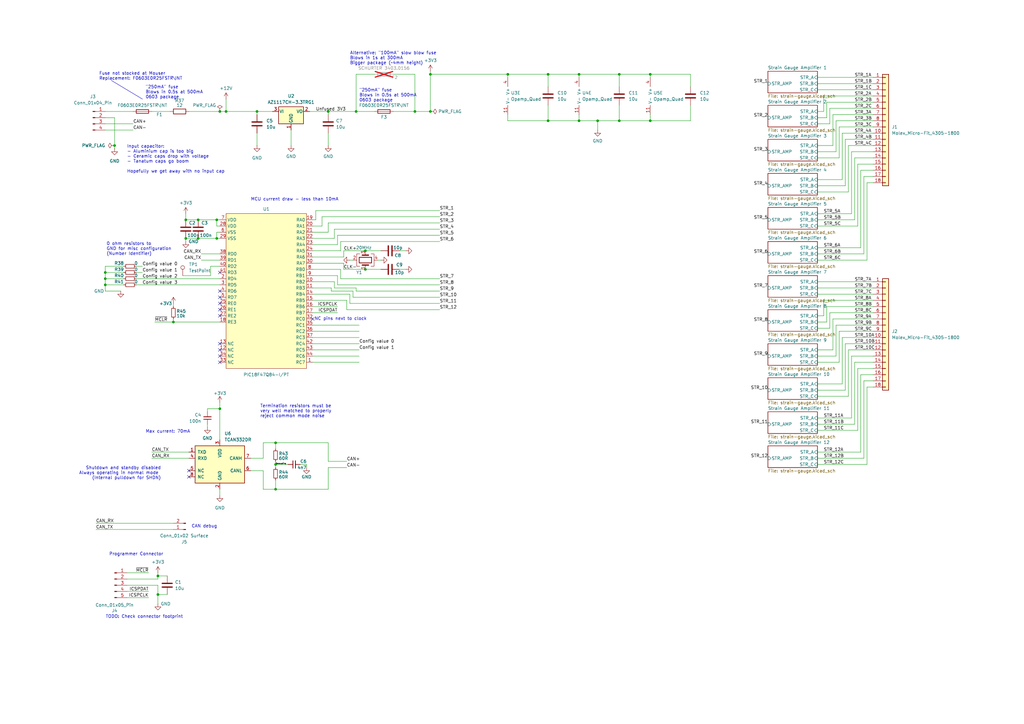
<source format=kicad_sch>
(kicad_sch (version 20231120) (generator "eeschema") (generator_version "8.0")
  (paper "A3")
  (title_block (title "Sensor Board") (date "27-09-2024") (rev "1.0.0"))
  (junction (at 254 49.53))
  (junction (at 43.18 116.84))
  (junction (at 237.49 30.48))
  (junction (at 266.7 49.53))
  (junction (at 113.03 181.61))
  (junction (at 266.7 30.48))
  (junction (at 224.79 49.53))
  (junction (at 224.79 30.48))
  (junction (at 134.62 45.72))
  (junction (at 176.53 45.72))
  (junction (at 170.18 45.72))
  (junction (at 208.28 30.48))
  (junction (at 90.17 45.72))
  (junction (at 81.28 97.79))
  (junction (at 64.77 236.22))
  (junction (at 71.12 132.08))
  (junction (at 88.9 97.79))
  (junction (at 92.71 45.72))
  (junction (at 254 30.48))
  (junction (at 149.86 102.87))
  (junction (at 46.99 59.69))
  (junction (at 43.18 114.3))
  (junction (at 81.28 90.17))
  (junction (at 76.2 90.17))
  (junction (at 237.49 49.53))
  (junction (at 146.05 45.72))
  (junction (at 105.41 45.72))
  (junction (at 76.2 97.79))
  (junction (at 43.18 111.76))
  (junction (at 88.9 90.17))
  (junction (at 149.86 110.49))
  (junction (at 113.03 200.66))
  (junction (at 245.11 49.53))
  (junction (at 176.53 30.48))
  (junction (at 113.03 190.5))
  (junction (at 90.17 167.64))
  (junction (at 64.77 243.84))
  (no_connect (at 77.47 195.58))
  (no_connect (at 90.17 146.05))
  (no_connect (at 90.17 143.51))
  (no_connect (at 90.17 124.46))
  (no_connect (at 90.17 119.38))
  (no_connect (at 90.17 140.97))
  (no_connect (at 90.17 129.54))
  (no_connect (at 90.17 111.76))
  (no_connect (at 90.17 127))
  (no_connect (at 90.17 148.59))
  (no_connect (at 128.27 130.81))
  (no_connect (at 90.17 121.92))
  (no_connect (at 77.47 193.04))
  (wire (pts (xy 176.53 30.48) (xy 176.53 45.72)))
  (wire (pts (xy 43.18 53.34) (xy 54.61 53.34)))
  (wire (pts (xy 55.88 109.22) (xy 58.42 109.22)))
  (wire (pts (xy 355.6 74.93) (xy 358.14 74.93)))
  (wire (pts (xy 354.33 104.14) (xy 354.33 72.39)))
  (wire (pts (xy 335.28 50.8) (xy 340.36 50.8)))
  (wire (pts (xy 128.27 135.89) (xy 147.32 135.89)))
  (wire (pts (xy 113.03 190.5) (xy 118.11 190.5)))
  (wire (pts (xy 345.44 157.48) (xy 345.44 138.43)))
  (wire (pts (xy 76.2 90.17) (xy 81.28 90.17)))
  (wire (pts (xy 128.27 138.43) (xy 147.32 138.43)))
  (wire (pts (xy 140.97 110.49) (xy 149.86 110.49)))
  (wire (pts (xy 113.03 190.5) (xy 113.03 191.77)))
  (wire (pts (xy 341.63 130.81) (xy 358.14 130.81)))
  (wire (pts (xy 335.28 171.45) (xy 349.25 171.45)))
  (wire (pts (xy 128.27 100.33) (xy 138.43 100.33)))
  (wire (pts (xy 342.9 133.35) (xy 358.14 133.35)))
  (wire (pts (xy 107.95 200.66) (xy 113.03 200.66)))
  (wire (pts (xy 335.28 87.63) (xy 349.25 87.63)))
  (wire (pts (xy 335.28 104.14) (xy 354.33 104.14)))
  (wire (pts (xy 335.28 62.23) (xy 342.9 62.23)))
  (wire (pts (xy 134.62 91.44) (xy 180.34 91.44)))
  (wire (pts (xy 346.71 57.15) (xy 358.14 57.15)))
  (wire (pts (xy 50.8 116.84) (xy 43.18 116.84)))
  (wire (pts (xy 113.03 200.66) (xy 134.62 200.66)))
  (wire (pts (xy 88.9 95.25) (xy 88.9 97.79)))
  (wire (pts (xy 86.36 113.03) (xy 74.93 113.03)))
  (wire (pts (xy 50.8 109.22) (xy 43.18 109.22)))
  (wire (pts (xy 340.36 134.62) (xy 340.36 128.27)))
  (wire (pts (xy 335.28 92.71) (xy 351.79 92.71)))
  (wire (pts (xy 139.7 99.06) (xy 180.34 99.06)))
  (wire (pts (xy 107.95 181.61) (xy 107.95 187.96)))
  (wire (pts (xy 43.18 111.76) (xy 50.8 111.76)))
  (wire (pts (xy 335.28 176.53) (xy 351.79 176.53)))
  (wire (pts (xy 351.79 151.13) (xy 358.14 151.13)))
  (wire (pts (xy 335.28 134.62) (xy 340.36 134.62)))
  (wire (pts (xy 335.28 120.65) (xy 358.14 120.65)))
  (wire (pts (xy 64.77 243.84) (xy 64.77 247.65)))
  (wire (pts (xy 180.34 116.84) (xy 138.43 116.84)))
  (wire (pts (xy 113.03 184.15) (xy 113.03 181.61)))
  (wire (pts (xy 351.79 92.71) (xy 351.79 67.31)))
  (wire (pts (xy 52.07 245.11) (xy 60.96 245.11)))
  (wire (pts (xy 335.28 160.02) (xy 346.71 160.02)))
  (wire (pts (xy 224.79 49.53) (xy 208.28 49.53)))
  (wire (pts (xy 134.62 95.25) (xy 128.27 95.25)))
  (wire (pts (xy 129.54 90.17) (xy 128.27 90.17)))
  (wire (pts (xy 64.77 236.22) (xy 68.58 236.22)))
  (wire (pts (xy 154.94 106.68) (xy 156.21 106.68)))
  (wire (pts (xy 63.5 132.08) (xy 71.12 132.08)))
  (wire (pts (xy 149.86 110.49) (xy 156.21 110.49)))
  (wire (pts (xy 134.62 54.61) (xy 134.62 59.69)))
  (wire (pts (xy 351.79 67.31) (xy 358.14 67.31)))
  (wire (pts (xy 105.41 45.72) (xy 111.76 45.72)))
  (wire (pts (xy 43.18 111.76) (xy 43.18 114.3)))
  (wire (pts (xy 340.36 50.8) (xy 340.36 44.45)))
  (wire (pts (xy 142.24 127) (xy 142.24 123.19)))
  (wire (pts (xy 113.03 181.61) (xy 134.62 181.61)))
  (wire (pts (xy 335.28 48.26) (xy 339.09 48.26)))
  (wire (pts (xy 266.7 46.99) (xy 266.7 49.53)))
  (wire (pts (xy 52.07 240.03) (xy 64.77 240.03)))
  (wire (pts (xy 138.43 96.52) (xy 180.34 96.52)))
  (wire (pts (xy 254 35.56) (xy 254 30.48)))
  (wire (pts (xy 52.07 237.49) (xy 64.77 237.49)))
  (wire (pts (xy 52.07 242.57) (xy 60.96 242.57)))
  (wire (pts (xy 137.16 118.11) (xy 146.05 118.11)))
  (wire (pts (xy 129.54 86.36) (xy 180.34 86.36)))
  (wire (pts (xy 76.2 87.63) (xy 76.2 90.17)))
  (wire (pts (xy 62.23 187.96) (xy 77.47 187.96)))
  (wire (pts (xy 224.79 43.18) (xy 224.79 49.53)))
  (wire (pts (xy 146.05 45.72) (xy 146.05 30.48)))
  (wire (pts (xy 102.87 193.04) (xy 107.95 193.04)))
  (wire (pts (xy 208.28 30.48) (xy 176.53 30.48)))
  (wire (pts (xy 335.28 148.59) (xy 344.17 148.59)))
  (wire (pts (xy 335.28 115.57) (xy 358.14 115.57)))
  (wire (pts (xy 39.37 217.17) (xy 71.12 217.17)))
  (wire (pts (xy 139.7 102.87) (xy 128.27 102.87)))
  (wire (pts (xy 140.97 102.87) (xy 149.86 102.87)))
  (wire (pts (xy 134.62 189.23) (xy 142.24 189.23)))
  (wire (pts (xy 339.09 132.08) (xy 339.09 125.73)))
  (wire (pts (xy 237.49 46.99) (xy 237.49 49.53)))
  (wire (pts (xy 43.18 119.38) (xy 49.53 119.38)))
  (wire (pts (xy 346.71 76.2) (xy 346.71 57.15)))
  (wire (pts (xy 146.05 118.11) (xy 146.05 119.38)))
  (wire (pts (xy 128.27 133.35) (xy 147.32 133.35)))
  (wire (pts (xy 349.25 62.23) (xy 358.14 62.23)))
  (wire (pts (xy 43.18 45.72) (xy 54.61 45.72)))
  (wire (pts (xy 335.28 73.66) (xy 345.44 73.66)))
  (wire (pts (xy 137.16 97.79) (xy 137.16 93.98)))
  (wire (pts (xy 344.17 64.77) (xy 344.17 52.07)))
  (wire (pts (xy 354.33 156.21) (xy 358.14 156.21)))
  (wire (pts (xy 129.54 86.36) (xy 129.54 90.17)))
  (wire (pts (xy 137.16 93.98) (xy 180.34 93.98)))
  (wire (pts (xy 134.62 45.72) (xy 134.62 46.99)))
  (wire (pts (xy 335.28 64.77) (xy 344.17 64.77)))
  (wire (pts (xy 349.25 171.45) (xy 349.25 146.05)))
  (wire (pts (xy 341.63 143.51) (xy 341.63 130.81)))
  (polyline (pts (xy 58.42 40.64) (xy 45.72 33.02)))
  (wire (pts (xy 176.53 29.21) (xy 176.53 30.48)))
  (wire (pts (xy 149.86 102.87) (xy 156.21 102.87)))
  (wire (pts (xy 142.24 127) (xy 180.34 127)))
  (wire (pts (xy 71.12 124.46) (xy 71.12 125.73)))
  (wire (pts (xy 102.87 187.96) (xy 107.95 187.96)))
  (wire (pts (xy 82.55 106.68) (xy 90.17 106.68)))
  (wire (pts (xy 342.9 146.05) (xy 342.9 133.35)))
  (wire (pts (xy 92.71 40.64) (xy 92.71 45.72)))
  (wire (pts (xy 335.28 34.29) (xy 358.14 34.29)))
  (wire (pts (xy 335.28 146.05) (xy 342.9 146.05)))
  (wire (pts (xy 128.27 148.59) (xy 147.32 148.59)))
  (wire (pts (xy 143.51 124.46) (xy 180.34 124.46)))
  (wire (pts (xy 142.24 123.19) (xy 128.27 123.19)))
  (wire (pts (xy 81.28 97.79) (xy 88.9 97.79)))
  (wire (pts (xy 335.28 187.96) (xy 354.33 187.96)))
  (wire (pts (xy 62.23 45.72) (xy 69.85 45.72)))
  (wire (pts (xy 337.82 45.72) (xy 337.82 39.37)))
  (wire (pts (xy 128.27 118.11) (xy 135.89 118.11)))
  (wire (pts (xy 339.09 41.91) (xy 358.14 41.91)))
  (wire (pts (xy 139.7 110.49) (xy 139.7 114.3)))
  (wire (pts (xy 90.17 92.71) (xy 88.9 92.71)))
  (wire (pts (xy 64.77 240.03) (xy 64.77 243.84)))
  (wire (pts (xy 342.9 49.53) (xy 358.14 49.53)))
  (wire (pts (xy 113.03 189.23) (xy 113.03 190.5)))
  (wire (pts (xy 353.06 185.42) (xy 353.06 153.67)))
  (wire (pts (xy 353.06 101.6) (xy 353.06 69.85)))
  (wire (pts (xy 134.62 191.77) (xy 142.24 191.77)))
  (wire (pts (xy 335.28 101.6) (xy 353.06 101.6)))
  (wire (pts (xy 81.28 90.17) (xy 88.9 90.17)))
  (wire (pts (xy 139.7 114.3) (xy 180.34 114.3)))
  (wire (pts (xy 254 30.48) (xy 237.49 30.48)))
  (wire (pts (xy 134.62 200.66) (xy 134.62 191.77)))
  (wire (pts (xy 335.28 185.42) (xy 353.06 185.42)))
  (wire (pts (xy 237.49 30.48) (xy 224.79 30.48)))
  (wire (pts (xy 90.17 200.66) (xy 90.17 203.2)))
  (wire (pts (xy 335.28 31.75) (xy 358.14 31.75)))
  (wire (pts (xy 71.12 130.81) (xy 71.12 132.08)))
  (wire (pts (xy 224.79 30.48) (xy 208.28 30.48)))
  (wire (pts (xy 43.18 114.3) (xy 43.18 116.84)))
  (wire (pts (xy 46.99 60.96) (xy 46.99 59.69)))
  (wire (pts (xy 335.28 173.99) (xy 350.52 173.99)))
  (wire (pts (xy 43.18 116.84) (xy 43.18 119.38)))
  (wire (pts (xy 350.52 90.17) (xy 350.52 64.77)))
  (wire (pts (xy 134.62 181.61) (xy 134.62 189.23)))
  (wire (pts (xy 90.17 165.1) (xy 90.17 167.64)))
  (wire (pts (xy 161.29 45.72) (xy 170.18 45.72)))
  (wire (pts (xy 349.25 87.63) (xy 349.25 62.23)))
  (wire (pts (xy 128.27 140.97) (xy 147.32 140.97)))
  (wire (pts (xy 341.63 46.99) (xy 358.14 46.99)))
  (wire (pts (xy 161.29 30.48) (xy 170.18 30.48)))
  (wire (pts (xy 76.2 97.79) (xy 76.2 99.06)))
  (wire (pts (xy 335.28 190.5) (xy 355.6 190.5)))
  (wire (pts (xy 266.7 30.48) (xy 254 30.48)))
  (wire (pts (xy 224.79 35.56) (xy 224.79 30.48)))
  (wire (pts (xy 88.9 97.79) (xy 90.17 97.79)))
  (wire (pts (xy 134.62 45.72) (xy 146.05 45.72)))
  (wire (pts (xy 43.18 50.8) (xy 54.61 50.8)))
  (wire (pts (xy 208.28 31.75) (xy 208.28 30.48)))
  (wire (pts (xy 138.43 125.73) (xy 128.27 125.73)))
  (wire (pts (xy 350.52 64.77) (xy 358.14 64.77)))
  (wire (pts (xy 90.17 45.72) (xy 92.71 45.72)))
  (wire (pts (xy 353.06 69.85) (xy 358.14 69.85)))
  (wire (pts (xy 105.41 54.61) (xy 105.41 59.69)))
  (wire (pts (xy 77.47 45.72) (xy 90.17 45.72)))
  (wire (pts (xy 128.27 143.51) (xy 147.32 143.51)))
  (wire (pts (xy 347.98 78.74) (xy 347.98 59.69)))
  (wire (pts (xy 138.43 113.03) (xy 128.27 113.03)))
  (wire (pts (xy 355.6 106.68) (xy 355.6 74.93)))
  (wire (pts (xy 62.23 185.42) (xy 77.47 185.42)))
  (wire (pts (xy 88.9 90.17) (xy 90.17 90.17)))
  (wire (pts (xy 64.77 236.22) (xy 64.77 237.49)))
  (wire (pts (xy 119.38 53.34) (xy 119.38 59.69)))
  (wire (pts (xy 345.44 73.66) (xy 345.44 54.61)))
  (wire (pts (xy 254 43.18) (xy 254 49.53)))
  (wire (pts (xy 64.77 234.95) (xy 64.77 236.22)))
  (wire (pts (xy 335.28 45.72) (xy 337.82 45.72)))
  (wire (pts (xy 340.36 44.45) (xy 358.14 44.45)))
  (wire (pts (xy 339.09 48.26) (xy 339.09 41.91)))
  (wire (pts (xy 353.06 153.67) (xy 358.14 153.67)))
  (wire (pts (xy 71.12 132.08) (xy 90.17 132.08)))
  (wire (pts (xy 345.44 54.61) (xy 358.14 54.61)))
  (wire (pts (xy 346.71 160.02) (xy 346.71 140.97)))
  (wire (pts (xy 345.44 138.43) (xy 358.14 138.43)))
  (wire (pts (xy 82.55 104.14) (xy 90.17 104.14)))
  (wire (pts (xy 143.51 106.68) (xy 144.78 106.68)))
  (wire (pts (xy 128.27 128.27) (xy 138.43 128.27)))
  (wire (pts (xy 283.21 35.56) (xy 283.21 30.48)))
  (wire (pts (xy 335.28 76.2) (xy 346.71 76.2)))
  (wire (pts (xy 266.7 49.53) (xy 254 49.53)))
  (wire (pts (xy 90.17 167.64) (xy 90.17 180.34)))
  (wire (pts (xy 132.08 92.71) (xy 128.27 92.71)))
  (wire (pts (xy 132.08 88.9) (xy 180.34 88.9)))
  (wire (pts (xy 43.18 109.22) (xy 43.18 111.76)))
  (wire (pts (xy 335.28 132.08) (xy 339.09 132.08)))
  (wire (pts (xy 347.98 59.69) (xy 358.14 59.69)))
  (wire (pts (xy 85.09 168.91) (xy 85.09 167.64)))
  (wire (pts (xy 143.51 124.46) (xy 143.51 120.65)))
  (wire (pts (xy 245.11 53.34) (xy 245.11 49.53)))
  (wire (pts (xy 350.52 148.59) (xy 358.14 148.59)))
  (wire (pts (xy 342.9 62.23) (xy 342.9 49.53)))
  (wire (pts (xy 64.77 243.84) (xy 68.58 243.84)))
  (wire (pts (xy 55.88 116.84) (xy 90.17 116.84)))
  (wire (pts (xy 144.78 121.92) (xy 180.34 121.92)))
  (wire (pts (xy 337.82 39.37) (xy 358.14 39.37)))
  (wire (pts (xy 340.36 128.27) (xy 358.14 128.27)))
  (wire (pts (xy 354.33 72.39) (xy 358.14 72.39)))
  (wire (pts (xy 337.82 123.19) (xy 358.14 123.19)))
  (wire (pts (xy 135.89 119.38) (xy 144.78 119.38)))
  (wire (pts (xy 128.27 105.41) (xy 140.97 105.41)))
  (wire (pts (xy 341.63 59.69) (xy 341.63 46.99)))
  (wire (pts (xy 144.78 119.38) (xy 144.78 121.92)))
  (wire (pts (xy 335.28 157.48) (xy 345.44 157.48)))
  (wire (pts (xy 283.21 30.48) (xy 266.7 30.48)))
  (wire (pts (xy 335.28 59.69) (xy 341.63 59.69)))
  (wire (pts (xy 146.05 30.48) (xy 153.67 30.48)))
  (wire (pts (xy 135.89 119.38) (xy 135.89 118.11)))
  (wire (pts (xy 107.95 181.61) (xy 113.03 181.61)))
  (wire (pts (xy 335.28 36.83) (xy 358.14 36.83)))
  (wire (pts (xy 86.36 113.03) (xy 86.36 109.22)))
  (wire (pts (xy 137.16 115.57) (xy 128.27 115.57)))
  (wire (pts (xy 337.82 129.54) (xy 337.82 123.19)))
  (wire (pts (xy 138.43 116.84) (xy 138.43 113.03)))
  (wire (pts (xy 139.7 102.87) (xy 139.7 99.06)))
  (wire (pts (xy 354.33 187.96) (xy 354.33 156.21)))
  (wire (pts (xy 137.16 118.11) (xy 137.16 115.57)))
  (wire (pts (xy 335.28 118.11) (xy 358.14 118.11)))
  (wire (pts (xy 283.21 49.53) (xy 266.7 49.53)))
  (wire (pts (xy 170.18 30.48) (xy 170.18 45.72)))
  (wire (pts (xy 134.62 91.44) (xy 134.62 95.25)))
  (wire (pts (xy 146.05 45.72) (xy 153.67 45.72)))
  (wire (pts (xy 43.18 48.26) (xy 46.99 48.26)))
  (wire (pts (xy 46.99 48.26) (xy 46.99 59.69)))
  (wire (pts (xy 346.71 140.97) (xy 358.14 140.97)))
  (wire (pts (xy 335.28 90.17) (xy 350.52 90.17)))
  (wire (pts (xy 128.27 110.49) (xy 139.7 110.49)))
  (wire (pts (xy 123.19 190.5) (xy 125.73 190.5)))
  (wire (pts (xy 254 49.53) (xy 245.11 49.53)))
  (wire (pts (xy 92.71 45.72) (xy 105.41 45.72)))
  (wire (pts (xy 355.6 158.75) (xy 358.14 158.75)))
  (wire (pts (xy 140.97 107.95) (xy 140.97 110.49)))
  (wire (pts (xy 85.09 167.64) (xy 90.17 167.64)))
  (wire (pts (xy 127 45.72) (xy 134.62 45.72)))
  (wire (pts (xy 350.52 173.99) (xy 350.52 148.59)))
  (wire (pts (xy 335.28 162.56) (xy 347.98 162.56)))
  (wire (pts (xy 43.18 114.3) (xy 50.8 114.3)))
  (wire (pts (xy 344.17 52.07) (xy 358.14 52.07)))
  (wire (pts (xy 347.98 162.56) (xy 347.98 143.51)))
  (wire (pts (xy 128.27 97.79) (xy 137.16 97.79)))
  (wire (pts (xy 85.09 173.99) (xy 85.09 175.26)))
  (wire (pts (xy 344.17 135.89) (xy 358.14 135.89)))
  (wire (pts (xy 245.11 49.53) (xy 237.49 49.53)))
  (wire (pts (xy 166.37 102.87) (xy 163.83 102.87)))
  (wire (pts (xy 146.05 119.38) (xy 180.34 119.38)))
  (wire (pts (xy 166.37 110.49) (xy 163.83 110.49)))
  (wire (pts (xy 125.73 190.5) (xy 125.73 191.77)))
  (wire (pts (xy 355.6 190.5) (xy 355.6 158.75)))
  (wire (pts (xy 344.17 148.59) (xy 344.17 135.89)))
  (wire (pts (xy 335.28 106.68) (xy 355.6 106.68)))
  (wire (pts (xy 283.21 43.18) (xy 283.21 49.53)))
  (wire (pts (xy 170.18 45.72) (xy 176.53 45.72)))
  (wire (pts (xy 76.2 97.79) (xy 81.28 97.79)))
  (wire (pts (xy 132.08 88.9) (xy 132.08 92.71)))
  (wire (pts (xy 266.7 31.75) (xy 266.7 30.48)))
  (wire (pts (xy 140.97 102.87) (xy 140.97 105.41)))
  (wire (pts (xy 237.49 49.53) (xy 224.79 49.53)))
  (wire (pts (xy 208.28 49.53) (xy 208.28 46.99)))
  (wire (pts (xy 113.03 196.85) (xy 113.03 200.66)))
  (wire (pts (xy 351.79 176.53) (xy 351.79 151.13)))
  (wire (pts (xy 138.43 100.33) (xy 138.43 96.52)))
  (wire (pts (xy 339.09 125.73) (xy 358.14 125.73)))
  (wire (pts (xy 55.88 111.76) (xy 58.42 111.76)))
  (wire (pts (xy 335.28 129.54) (xy 337.82 129.54)))
  (wire (pts (xy 107.95 193.04) (xy 107.95 200.66)))
  (wire (pts (xy 88.9 92.71) (xy 88.9 90.17)))
  (wire (pts (xy 52.07 234.95) (xy 60.96 234.95)))
  (wire (pts (xy 128.27 107.95) (xy 140.97 107.95)))
  (wire (pts (xy 90.17 95.25) (xy 88.9 95.25)))
  (wire (pts (xy 237.49 31.75) (xy 237.49 30.48)))
  (wire (pts (xy 335.28 78.74) (xy 347.98 78.74)))
  (wire (pts (xy 143.51 120.65) (xy 128.27 120.65)))
  (wire (pts (xy 347.98 143.51) (xy 358.14 143.51)))
  (wire (pts (xy 39.37 214.63) (xy 71.12 214.63)))
  (wire (pts (xy 105.41 45.72) (xy 105.41 46.99)))
  (wire (pts (xy 55.88 114.3) (xy 90.17 114.3)))
  (wire (pts (xy 86.36 109.22) (xy 90.17 109.22)))
  (wire (pts (xy 335.28 143.51) (xy 341.63 143.51)))
  (wire (pts (xy 349.25 146.05) (xy 358.14 146.05)))
  (wire (pts (xy 128.27 146.05) (xy 147.32 146.05)))
  (text "0 ohm resistors to\nGND for misc configuration\n(Number Identifier)" (at 43.688 104.902 0) (effects (font (size 1.27 1.27)) (justify left bottom)))
  (text "Shutdown and standby disabled\nAlways operating in normal mode \n(Internal pulldown for SHDN)" (at 66.04 196.85 0) (effects (font (size 1.27 1.27)) (justify right bottom)))
  (text "NC pins next to clock" (at 139.7 130.81 0) (effects (font (size 1.27 1.27))))
  (text "\"250mA\" fuse\nBlows in 0.5s at 500mA\n0603 package" (at 59.69 40.64 0) (effects (font (size 1.27 1.27)) (justify left bottom)))
  (text "MCU current draw - less than 10mA" (at 102.87 82.55 0) (effects (font (size 1.27 1.27)) (justify left bottom)))
  (text "Input capacitor:\n- Aluminium cap is too big\n- Ceramic caps drop with voltage\n- Tanatum caps go boom\n\nHopefully we get away with no input cap" (at 52.07 71.12 0) (effects (font (size 1.27 1.27)) (justify left bottom)))
  (text "CAN debug" (at 83.82 215.9 0) (effects (font (size 1.27 1.27))))
  (text "Alternative: \"100mA\" slow blow fuse\nBlows in 1s at 300mA\nBigger package (~4mm height)" (at 143.51 26.67 0) (effects (font (size 1.27 1.27)) (justify left bottom)))
  (text "Max current: 70mA" (at 59.69 177.8 0) (effects (font (size 1.27 1.27)) (justify left bottom)))
  (text "\"250mA\" fuse\nBlows in 0.5s at 500mA\n0603 package" (at 147.32 41.91 0) (effects (font (size 1.27 1.27)) (justify left bottom)))
  (text "TODO: Check connector footprint" (at 59.182 252.984 0) (effects (font (size 1.27 1.27))))
  (text "Fuse not stocked at Mouser\nReplacement: F0603E0R25FSTR\\INT" (at 40.64 33.02 0) (effects (font (size 1.27 1.27)) (justify left bottom)))
  (text "Programmer Connector" (at 55.88 227.33 0) (effects (font (size 1.27 1.27))))
  (text "Termination resistors must be \nvery well matched to properly \nreject common mode noise" (at 106.68 171.45 0) (effects (font (size 1.27 1.27)) (justify left bottom)))
  (label "STR_9B" (at 350.52 133.35 0))
  (label "STR_3C" (at 350.52 52.07 0))
  (label "STR_1B" (at 350.52 34.29 0))
  (label "STR_12" (at 314.96 187.96 180))
  (label "STR_12" (at 180.34 127 0))
  (label "STR_4" (at 180.34 93.98 0))
  (label "STR_9" (at 180.34 119.38 0))
  (label "STR_2B" (at 350.52 41.91 0))
  (label "STR_2" (at 180.34 88.9 0))
  (label "CAN-" (at 142.24 191.77 0))
  (label "STR_8A" (at 350.52 123.19 0))
  (label "STR_4C" (at 350.52 59.69 0))
  (label "STR_9A" (at 350.52 130.81 0))
  (label "ICSPCLK" (at 138.43 125.73 180))
  (label "STR_4B" (at 350.52 57.15 0))
  (label "CAN_RX" (at 82.55 104.14 180))
  (label "Config value 1" (at 58.42 111.76 0))
  (label "STR_4" (at 314.96 76.2 180))
  (label "ICSPCLK" (at 60.96 245.11 180))
  (label "STR_5C" (at 337.82 92.71 0))
  (label "STR_11B" (at 337.82 173.99 0))
  (label "STR_6C" (at 337.82 106.68 0))
  (label "Config value 0" (at 147.32 140.97 0))
  (label "STR_8" (at 314.96 132.08 180))
  (label "CAN_TX" (at 62.23 185.42 0))
  (label "STR_9" (at 314.96 146.05 180))
  (label "~{MCLR}" (at 60.96 234.95 180))
  (label "ICSPDAT" (at 60.96 242.57 180))
  (label "STR_1" (at 314.96 34.29 180))
  (label "Config value 1" (at 147.32 143.51 0))
  (label "STR_7" (at 314.96 118.11 180))
  (label "STR_7" (at 180.34 114.3 0))
  (label "CAN+" (at 54.61 50.8 0))
  (label "STR_3B" (at 350.52 49.53 0))
  (label "STR_3" (at 314.96 62.23 180))
  (label "STR_11C" (at 337.82 176.53 0))
  (label "STR_7B" (at 350.52 118.11 0))
  (label "STR_10C" (at 350.52 143.51 0))
  (label "STR_12C" (at 337.82 190.5 0))
  (label "CLK-" (at 140.97 110.49 0))
  (label "CAN-" (at 54.61 53.34 0))
  (label "CAN_RX" (at 39.37 214.63 0))
  (label "STR_6" (at 180.34 99.06 0))
  (label "STR_1C" (at 350.52 36.83 0))
  (label "STR_4A" (at 350.52 54.61 0))
  (label "~{MCLR}" (at 63.5 132.08 0))
  (label "STR_7A" (at 350.52 115.57 0))
  (label "STR_11" (at 314.96 173.99 180))
  (label "STR_7C" (at 350.52 120.65 0))
  (label "STR_10A" (at 350.52 138.43 0))
  (label "Unfused 3V3" (at 129.54 45.72 0))
  (label "CAN_TX" (at 82.55 106.68 180))
  (label "STR_1A" (at 350.52 31.75 0))
  (label "Config value 0" (at 58.42 109.22 0))
  (label "STR_6" (at 314.96 104.14 180))
  (label "Config value 2" (at 58.42 114.3 0))
  (label "STR_5A" (at 337.82 87.63 0))
  (label "CAN_TX" (at 39.37 217.17 0))
  (label "STR_8B" (at 350.52 125.73 0))
  (label "STR_10" (at 314.96 160.02 180))
  (label "STR_9C" (at 350.52 135.89 0))
  (label "STR_2" (at 314.96 48.26 180))
  (label "STR_5B" (at 337.82 90.17 0))
  (label "STR_10" (at 180.34 121.92 0))
  (label "STR_8C" (at 350.52 128.27 0))
  (label "STR_1" (at 180.34 86.36 0))
  (label "STR_11A" (at 337.82 171.45 0))
  (label "STR_5" (at 180.34 96.52 0))
  (label "STR_10B" (at 350.52 140.97 0))
  (label "ICSPDAT" (at 138.43 128.27 180))
  (label "Config value 3" (at 58.42 116.84 0))
  (label "STR_2A" (at 350.52 39.37 0))
  (label "STR_3" (at 180.34 91.44 0))
  (label "STR_5" (at 314.96 90.17 180))
  (label "CAN_RX" (at 62.23 187.96 0))
  (label "STR_2C" (at 350.52 44.45 0))
  (label "STR_8" (at 180.34 116.84 0))
  (label "STR_3A" (at 350.52 46.99 0))
  (label "STR_12B" (at 337.82 187.96 0))
  (label "STR_6A" (at 337.82 101.6 0))
  (label "STR_6B" (at 337.82 104.14 0))
  (label "STR_12A" (at 337.82 185.42 0))
  (label "STR_11" (at 180.34 124.46 0))
  (label "Decoupling" (at 113.03 190.5 0) (effects (font (size 0.508 0.508))))
  (label "CAN+" (at 142.24 189.23 0))
  (label "CLK+" (at 140.97 102.87 0))
  (symbol (lib_id "power:GND") (at 119.38 59.69 0) (unit 1)
    (property "Reference" "#PWR035" (effects (hide yes)))
    (property "Value" "GND" (at 119.38 64.135 0))
  )
  (symbol (lib_id "power:GND") (at 49.53 119.38 0) (unit 1)
    (property "Reference" "#PWR02" (effects (hide yes)))
    (property "Value" "GND" (at 40.64 119.38 0))
  )
  (symbol (lib_id "Device:C") (at 76.2 93.98 0) (unit 1)
    (property "Reference" "C2" (at 77.47 91.44 0) (effects (justify left)))
    (property "Value" "100n" (at 76.835 96.52 0) (effects (justify left)))
    (property "Footprint" "Capacitor_SMD:C_0805_2012Metric_Pad1.18x1.45mm_HandSolder" (effects (hide yes)))
    (property "Manufacturer_Part_Number" "KAM21BR71H104JM" (effects (hide yes)))
    (property "Mouser Part Number" "581-KAM21BR71H104JM" (effects (hide yes)))
  )
  (symbol (lib_id "Connector_Generic:Conn_01x18") (at 363.22 52.07 0) (unit 1)
    (property "Reference" "J1" (at 365.76 52.0699 0) (effects (justify left)))
    (property "Value" "Molex_Micro-Fit_4305-1800" (at 365.76 54.6099 0) (effects (justify left)))
    (property "Footprint" "Connector_Molex:Molex_Micro-Fit_3.0_43045-1800_2x09_P3.00mm_Horizontal" (effects (hide yes)))
    (property "Description" "Generic connector, single row, 01x18, script generated (kicad-library-utils/schlib/autogen/connector/)" (effects (hide yes)))
  )
  (symbol (lib_id "Device:Fuse") (at 58.42 45.72 90) (unit 1)
    (property "Reference" "F1" (at 65.405 46.99 90))
    (property "Value" "F0603E0R25FSTR\\INT" (at 58.42 43.18 90))
    (property "Footprint" "Fuse:Fuse_0603_1608Metric_Pad1.05x0.95mm_HandSolder" (effects (hide yes)))
    (property "Datasheet" "https://www.mouser.co.uk/datasheet/2/40/AccuGuard2-2907777.pdf" (effects (hide yes)))
    (property "Manufacturer_Part_Number" "F0603E0R25FSTR\\INT" (effects (hide yes)))
    (property "Mouser Part Number" "581-F0603E0R25FSTRIN" (effects (hide yes)))
  )
  (symbol (lib_id "Device:C") (at 160.02 110.49 90) (unit 1)
    (property "Reference" "C9" (at 163.83 108.585 90))
    (property "Value" "10p" (at 163.83 111.76 90))
    (property "Footprint" "Capacitor_SMD:C_0603_1608Metric_Pad1.08x0.95mm_HandSolder" (effects (hide yes)))
    (property "Manufacturer_Part_Number" "C0805C100J1RACAUTO" (effects (hide yes)))
    (property "Mouser Part Number" "80-C0805C100J1RAUTO " (effects (hide yes)))
  )
  (symbol (lib_id "Device:C") (at 254 39.37 0) (unit 1)
    (property "Reference" "C11" (at 257.81 38.0999 0) (effects (justify left)))
    (property "Value" "10u" (at 257.81 40.6399 0) (effects (justify left)))
    (property "Footprint" "Capacitor_SMD:C_0805_2012Metric_Pad1.18x1.45mm_HandSolder" (effects (hide yes)))
    (property "Description" "Unpolarized capacitor" (effects (hide yes)))
    (property "Manufacturer_Part_Number" "GRT21BC71E106KE13L" (effects (hide yes)))
    (property "Mouser Part Number" "81-GRT21BC71E106KE13" (effects (hide yes)))
  )
  (symbol (lib_id "power:+3V3") (at 90.17 165.1 0) (unit 1)
    (property "Reference" "#PWR031" (effects (hide yes)))
    (property "Value" "+3V3" (at 90.17 161.29 0))
  )
  (symbol (lib_id "Device:R") (at 73.66 45.72 90) (unit 1)
    (property "Reference" "R37" (at 73.66 41.275 90))
    (property "Value" "12" (at 73.66 43.18 90))
    (property "Footprint" "Resistor_SMD:R_0805_2012Metric_Pad1.20x1.40mm_HandSolder" (effects (hide yes)))
    (property "Manufacturer_Part_Number" "CRCW080512R0FKEAHP" (effects (hide yes)))
    (property "Mouser Part Number" "71-CRCW080512R0FKEAH" (effects (hide yes)))
  )
  (symbol (lib_name "GND_1") (lib_id "power:GND") (at 46.99 60.96 0) (unit 1)
    (property "Reference" "#PWR01" (effects (hide yes)))
    (property "Value" "GND" (at 46.99 66.04 0))
    (property "Description" "Power symbol creates a global label with name \"GND\" , ground" (effects (hide yes)))
  )
  (symbol (lib_id "Device:Crystal_GND24") (at 149.86 106.68 90) (unit 1)
    (property "Reference" "Y1" (at 147.32 111.76 90))
    (property "Value" "20MHz" (at 149.225 101.6 90))
    (property "Footprint" "Crystal:Crystal_SMD_SeikoEpson_FA128-4Pin_2.0x1.6mm" (effects (hide yes)))
    (property "Datasheet" "https://www.mouser.co.uk/datasheet/2/137/FA_128_en-931416.pdf" (effects (hide yes)))
    (property "Manufacturer_Part_Number" "FA-128 20.00M-A0AAYYG80RE0" (effects (hide yes)))
    (property "Mouser Part Number" "732-FA12820A0AAYYG80" (effects (hide yes)))
  )
  (symbol (lib_id "Device:Opamp_Quad") (at 269.24 39.37 0) (unit 5)
    (property "Reference" "U5" (at 267.97 38.0999 0) (effects (justify left)))
    (property "Value" "Opamp_Quad" (at 267.97 40.6399 0) (effects (justify left)))
    (property "Description" "Quad operational amplifier" (effects (hide yes)))
    (property "Sim.Library" "${KICAD7_SYMBOL_DIR}/Simulation_SPICE.sp" (effects (hide yes)))
    (property "Sim.Name" "kicad_builtin_opamp_quad" (effects (hide yes)))
    (property "Sim.Device" "SUBCKT" (effects (hide yes)))
    (property "Sim.Pins" "1=out1 2=in1- 3=in1+ 4=vcc 5=in2+ 6=in2- 7=out2 8=out3 9=in3- 10=in3+ 11=vee 12=in4+ 13=in4- 14=out4" (effects (hide yes)))
  )
  (symbol (lib_id "Device:R_Small") (at 53.34 111.76 270) (unit 1)
    (property "Reference" "R39" (at 50.8 110.49 90) (effects (justify right)))
    (property "Value" "0" (at 56.515 110.49 90) (effects (justify right)))
    (property "Footprint" "Resistor_SMD:R_0805_2012Metric_Pad1.20x1.40mm_HandSolder" (effects (hide yes)))
    (property "Optional" "True" (effects (hide yes)))
    (property "Supplier" "Mouser" (effects (hide yes)))
    (property "Manufacturer_Part_Number" "CR0805AJ/-000EAS" (effects (hide yes)))
    (property "Mouser Part Number" "652-CR0805AJ/-000EAS" (effects (hide yes)))
  )
  (symbol (lib_id "Device:C") (at 68.58 240.03 0) (unit 1)
    (property "Reference" "C1" (at 71.755 238.76 0) (effects (justify left)))
    (property "Value" "10u" (at 71.755 241.3 0) (effects (justify left)))
    (property "Footprint" "Capacitor_SMD:C_0805_2012Metric_Pad1.18x1.45mm_HandSolder" (effects (hide yes)))
    (property "Manufacturer_Part_Number" "GRT21BC71E106KE13L" (effects (hide yes)))
    (property "Mouser Part Number" "81-GRT21BC71E106KE13" (effects (hide yes)))
  )
  (symbol (lib_id "power:GND") (at 156.21 106.68 90) (unit 1)
    (property "Reference" "#PWR039" (effects (hide yes)))
    (property "Value" "GND" (effects (hide yes)))
  )
  (symbol (lib_id "power:PWR_FLAG") (at 46.99 59.69 90) (unit 1)
    (property "Reference" "#FLG01" (effects (hide yes)))
    (property "Value" "PWR_FLAG" (at 43.18 59.69 90) (effects (justify left)))
  )
  (symbol (lib_id "Device:Opamp_Quad") (at 240.03 39.37 0) (unit 5)
    (property "Reference" "U4" (at 238.76 38.0999 0) (effects (justify left)))
    (property "Value" "Opamp_Quad" (at 238.76 40.6399 0) (effects (justify left)))
    (property "Description" "Quad operational amplifier" (effects (hide yes)))
    (property "Sim.Library" "${KICAD7_SYMBOL_DIR}/Simulation_SPICE.sp" (effects (hide yes)))
    (property "Sim.Name" "kicad_builtin_opamp_quad" (effects (hide yes)))
    (property "Sim.Device" "SUBCKT" (effects (hide yes)))
    (property "Sim.Pins" "1=out1 2=in1- 3=in1+ 4=vcc 5=in2+ 6=in2- 7=out2 8=out3 9=in3- 10=in3+ 11=vee 12=in4+ 13=in4- 14=out4" (effects (hide yes)))
  )
  (symbol (lib_id "power:+3V3") (at 71.12 124.46 0) (unit 1)
    (property "Reference" "#PWR025" (effects (hide yes)))
    (property "Value" "+3V3" (at 67.945 124.46 0))
  )
  (symbol (lib_id "power:GND") (at 76.2 99.06 0) (unit 1)
    (property "Reference" "#PWR029" (effects (hide yes)))
    (property "Value" "GND" (at 79.375 99.06 0))
  )
  (symbol (lib_id "Connector:Conn_01x02_Pin") (at 76.2 217.17 180) (unit 1)
    (property "Reference" "J5" (at 75.565 222.25 0))
    (property "Value" "Conn_01x02 Surface" (at 75.565 219.71 0))
    (property "Footprint" "sufst-lib:Conn2_SMD" (effects (hide yes)))
  )
  (symbol (lib_id "power:GND") (at 64.77 247.65 0) (unit 1)
    (property "Reference" "#PWR024" (effects (hide yes)))
    (property "Value" "GND" (at 67.945 247.65 0))
  )
  (symbol (lib_id "power:GND") (at 134.62 59.69 0) (unit 1)
    (property "Reference" "#PWR037" (effects (hide yes)))
    (property "Value" "GND" (at 134.62 64.135 0))
  )
  (symbol (lib_id "Device:C_Small") (at 85.09 171.45 0) (mirror x) (unit 1)
    (property "Reference" "C4" (at 82.55 170.1735 0) (effects (justify right)))
    (property "Value" "100n" (at 82.55 172.7135 0) (effects (justify right)))
    (property "Footprint" "Capacitor_SMD:C_0805_2012Metric_Pad1.18x1.45mm_HandSolder" (effects (hide yes)))
    (property "Datasheet" "https://www.mouser.co.uk/datasheet/2/212/KEM_C1002_X7R_SMD-1102033.pdf" (effects (hide yes)))
    (property "Optional" "False" (effects (hide yes)))
    (property "Order Code" "80-C0805C104K5RACLR" (effects (hide yes)))
    (property "Supplier" "Mouser" (effects (hide yes)))
    (property "Manufacturer_Part_Number" "KAM21BR71H104JM" (effects (hide yes)))
    (property "Mouser Part Number" "581-KAM21BR71H104JM" (effects (hide yes)))
  )
  (symbol (lib_id "Device:C") (at 224.79 39.37 0) (unit 1)
    (property "Reference" "C10" (at 228.6 38.0999 0) (effects (justify left)))
    (property "Value" "10u" (at 228.6 40.6399 0) (effects (justify left)))
    (property "Footprint" "Capacitor_SMD:C_0805_2012Metric_Pad1.18x1.45mm_HandSolder" (effects (hide yes)))
    (property "Description" "Unpolarized capacitor" (effects (hide yes)))
    (property "Manufacturer_Part_Number" "GRT21BC71E106KE13L" (effects (hide yes)))
    (property "Mouser Part Number" "81-GRT21BC71E106KE13" (effects (hide yes)))
  )
  (symbol (lib_id "Device:C") (at 283.21 39.37 0) (unit 1)
    (property "Reference" "C12" (at 287.02 38.0999 0) (effects (justify left)))
    (property "Value" "10u" (at 287.02 40.6399 0) (effects (justify left)))
    (property "Footprint" "Capacitor_SMD:C_0805_2012Metric_Pad1.18x1.45mm_HandSolder" (effects (hide yes)))
    (property "Description" "Unpolarized capacitor" (effects (hide yes)))
    (property "Manufacturer_Part_Number" "GRT21BC71E106KE13L" (effects (hide yes)))
    (property "Mouser Part Number" "81-GRT21BC71E106KE13" (effects (hide yes)))
  )
  (symbol (lib_id "Device:C_Small") (at 120.65 190.5 90) (unit 1)
    (property "Reference" "C6" (at 124.46 189.23 90))
    (property "Value" "4n7" (at 123.825 191.77 90))
    (property "Footprint" "Capacitor_SMD:C_0805_2012Metric_Pad1.18x1.45mm_HandSolder" (effects (hide yes)))
    (property "Datasheet" "https://www.mouser.co.uk/datasheet/2/212/1/KEM_C1076_X7R_HV_AUTO_SMD-1093301.pdf" (effects (hide yes)))
    (property "Optional" "True" (effects (hide yes)))
    (property "Order Code" "80-C0805C472KBRAUTO" (effects (hide yes)))
    (property "Supplier" "Mouser" (effects (hide yes)))
    (property "Manufacturer_Part_Number" "KAM21BR71H472KM" (effects (hide yes)))
    (property "Mouser Part Number" "581-KAM21BR71H472KM" (effects (hide yes)))
  )
  (symbol (lib_id "power:+3V3") (at 76.2 87.63 0) (unit 1)
    (property "Reference" "#PWR028" (effects (hide yes)))
    (property "Value" "+3V3" (at 76.2 83.185 0))
  )
  (symbol (lib_id "power:GND") (at 90.17 203.2 0) (unit 1)
    (property "Reference" "#PWR032" (effects (hide yes)))
    (property "Value" "GND" (at 90.17 208.28 0))
  )
  (symbol (lib_id "Device:R_Small") (at 113.03 194.31 180) (unit 1)
    (property "Reference" "R44" (at 114.3 193.675 0) (effects (justify right)))
    (property "Value" "60R" (at 114.3 195.58 0) (effects (justify right)))
    (property "Footprint" "Resistor_SMD:R_0805_2012Metric_Pad1.20x1.40mm_HandSolder" (effects (hide yes)))
    (property "Datasheet" "https://www.mouser.co.uk/datasheet/2/427/dcrcwife3-1761849.pdf" (effects (hide yes)))
    (property "Optional" "True" (effects (hide yes)))
    (property "Supplier" "Mouser" (effects (hide yes)))
    (property "Manufacturer_Part_Number" "ERJ-P06D60R4V" (effects (hide yes)))
    (property "Mouser Part Number" "667-ERJ-P06D60R4V" (effects (hide yes)))
  )
  (symbol (lib_id "Interface_UART:MAX3051") (at 90.17 190.5 0) (unit 1)
    (property "Reference" "U6" (at 92.075 177.8 0) (effects (justify left)))
    (property "Value" "TCAN332DR" (at 92.075 180.34 0) (effects (justify left)))
    (property "Footprint" "Package_SO:SOIC-8_3.9x4.9mm_P1.27mm" (effects (hide yes)))
    (property "Datasheet" "https://www.ti.com/lit/ds/symlink/tcan332.pdf?ts=1726756812393&ref_url=https%253A%252F%252Fwww.mouser.co.uk%252F" (effects (hide yes)))
    (property "Supplier" "Mouser" (effects (hide yes)))
    (property "Order Code" "595-TCAN332DR" (effects (hide yes)))
    (property "Optional" "False" (effects (hide yes)))
    (property "Manufacturer_Part_Number" "TCAN332DR" (effects (hide yes)))
    (property "Mouser Part Number" "700-MAX3051ESA" (effects (hide yes)))
  )
  (symbol (lib_id "power:GND") (at 166.37 102.87 90) (unit 1)
    (property "Reference" "#PWR040" (effects (hide yes)))
    (property "Value" "GND" (effects (hide yes)))
  )
  (symbol (lib_id "Device:R_Small") (at 53.34 114.3 270) (unit 1)
    (property "Reference" "R40" (at 50.8 113.03 90) (effects (justify right)))
    (property "Value" "0" (at 56.515 113.03 90) (effects (justify right)))
    (property "Footprint" "Resistor_SMD:R_0805_2012Metric_Pad1.20x1.40mm_HandSolder" (effects (hide yes)))
    (property "Optional" "True" (effects (hide yes)))
    (property "Supplier" "Mouser" (effects (hide yes)))
    (property "Manufacturer_Part_Number" "CR0805AJ/-000EAS" (effects (hide yes)))
    (property "Mouser Part Number" "652-CR0805AJ/-000EAS" (effects (hide yes)))
  )
  (symbol (lib_id "Device:C") (at 105.41 50.8 0) (unit 1)
    (property "Reference" "C5" (at 109.22 49.5299 0) (effects (justify left)))
    (property "Value" "10u" (at 109.22 52.0699 0) (effects (justify left)))
    (property "Footprint" "Capacitor_SMD:C_0805_2012Metric_Pad1.18x1.45mm_HandSolder" (effects (hide yes)))
    (property "Description" "Unpolarized capacitor" (effects (hide yes)))
    (property "Manufacturer_Part_Number" "GRT21BC71E106KE13L" (effects (hide yes)))
    (property "Mouser Part Number" "81-GRT21BC71E106KE13" (effects (hide yes)))
  )
  (symbol (lib_id "power:GND") (at 245.11 53.34 0) (unit 1)
    (property "Reference" "#PWR043" (effects (hide yes)))
    (property "Value" "GND" (at 245.11 57.785 0))
  )
  (symbol (lib_id "power:+3V3") (at 64.77 234.95 0) (unit 1)
    (property "Reference" "#PWR03" (effects (hide yes)))
    (property "Value" "+3V3" (at 64.77 230.505 0))
  )
  (symbol (lib_id "power:+3V3") (at 176.53 29.21 0) (unit 1)
    (property "Reference" "#PWR042" (effects (hide yes)))
    (property "Value" "+3V3" (at 176.53 24.765 0))
  )
  (symbol (lib_id "Connector_Generic:Conn_01x18") (at 363.22 135.89 0) (unit 1)
    (property "Reference" "J2" (at 365.76 135.8899 0) (effects (justify left)))
    (property "Value" "Molex_Micro-Fit_4305-1800" (at 365.76 138.4299 0) (effects (justify left)))
    (property "Footprint" "Connector_Molex:Molex_Micro-Fit_3.0_43045-1800_2x09_P3.00mm_Horizontal" (effects (hide yes)))
    (property "Description" "Generic connector, single row, 01x18, script generated (kicad-library-utils/schlib/autogen/connector/)" (effects (hide yes)))
  )
  (symbol (lib_id "Connector:Conn_01x05_Pin") (at 46.99 240.03 0) (unit 1)
    (property "Reference" "J4" (at 46.99 250.444 0))
    (property "Value" "Conn_01x05_Pin" (at 46.99 248.158 0))
    (property "Footprint" "sufst-lib:Conn5_SMD" (effects (hide yes)))
    (property "Manufacturer_Part_Number" "5-146282-5" (effects (hide yes)))
    (property "Mouser Part Number" "571-5-146282-5" (effects (hide yes)))
  )
  (symbol (lib_id "Device:Fuse") (at 157.48 30.48 90) (unit 1) (exclude_from_sim yes) (in_bom no) (on_board no) (dnp yes)
    (property "Reference" "F2" (at 161.925 31.75 90))
    (property "Value" "SCHURTER 3403.0156" (at 157.48 27.94 90))
    (property "Footprint" "Fuse:Fuse_Schurter_UMT250" (effects (hide yes)))
  )
  (symbol (lib_id "power:PWR_FLAG") (at 176.53 45.72 270) (unit 1)
    (property "Reference" "#FLG03" (effects (hide yes)))
    (property "Value" "PWR_FLAG" (at 179.705 45.72 90) (effects (justify left)))
  )
  (symbol (lib_id "SUFST:PIC18F47Q84-I/PT") (at 109.22 119.38 0) (mirror y) (unit 1)
    (property "Reference" "U1" (at 109.22 85.725 0))
    (property "Value" "PIC18F47Q84-I/PT" (at 109.22 153.67 0))
    (property "Footprint" "Package_QFP:TQFP-44_10x10mm_P0.8mm" (effects (hide yes)))
    (property "Datasheet" "https://www.microchip.com/en-us/product/pic18f47q84#document-table" (effects (hide yes)))
    (property "Manufacturer_Part_Number" "PIC18F47Q84-I/PT" (effects (hide yes)))
    (property "Mouser Part Number" "579-PIC18F47Q84-I/PT" (effects (hide yes)))
  )
  (symbol (lib_id "Device:R_Small") (at 53.34 116.84 270) (unit 1)
    (property "Reference" "R41" (at 50.8 115.57 90) (effects (justify right)))
    (property "Value" "0" (at 56.515 115.57 90) (effects (justify right)))
    (property "Footprint" "Resistor_SMD:R_0805_2012Metric_Pad1.20x1.40mm_HandSolder" (effects (hide yes)))
    (property "Optional" "True" (effects (hide yes)))
    (property "Supplier" "Mouser" (effects (hide yes)))
    (property "Manufacturer_Part_Number" "CR0805AJ/-000EAS" (effects (hide yes)))
    (property "Mouser Part Number" "652-CR0805AJ/-000EAS" (effects (hide yes)))
  )
  (symbol (lib_id "power:GND") (at 143.51 106.68 270) (unit 1)
    (property "Reference" "#PWR038" (effects (hide yes)))
    (property "Value" "GND" (effects (hide yes)))
  )
  (symbol (lib_id "Connector:TestPoint") (at 74.93 113.03 0) (unit 1)
    (property "Reference" "TP1" (at 77.47 108.4579 0) (effects (justify left)))
    (property "Value" "TestPoint" (at 77.47 110.9979 0) (effects (justify left)))
    (property "Footprint" "TestPoint:TestPoint_Keystone_5010-5014_Multipurpose" (effects (hide yes)))
    (property "Description" "test point" (effects (hide yes)))
  )
  (symbol (lib_name "GND_1") (lib_id "power:GND") (at 105.41 59.69 0) (unit 1)
    (property "Reference" "#PWR034" (effects (hide yes)))
    (property "Value" "GND" (at 105.41 64.77 0))
    (property "Description" "Power symbol creates a global label with name \"GND\" , ground" (effects (hide yes)))
  )
  (symbol (lib_id "Device:Opamp_Quad") (at 210.82 39.37 0) (unit 5)
    (property "Reference" "U3" (at 209.55 38.0999 0) (effects (justify left)))
    (property "Value" "Opamp_Quad" (at 209.55 40.6399 0) (effects (justify left)))
    (property "Description" "Quad operational amplifier" (effects (hide yes)))
    (property "Sim.Library" "${KICAD7_SYMBOL_DIR}/Simulation_SPICE.sp" (effects (hide yes)))
    (property "Sim.Name" "kicad_builtin_opamp_quad" (effects (hide yes)))
    (property "Sim.Device" "SUBCKT" (effects (hide yes)))
    (property "Sim.Pins" "1=out1 2=in1- 3=in1+ 4=vcc 5=in2+ 6=in2- 7=out2 8=out3 9=in3- 10=in3+ 11=vee 12=in4+ 13=in4- 14=out4" (effects (hide yes)))
  )
  (symbol (lib_id "Device:C") (at 81.28 93.98 0) (unit 1)
    (property "Reference" "C3" (at 82.55 91.44 0) (effects (justify left)))
    (property "Value" "100n" (at 81.915 96.52 0) (effects (justify left)))
    (property "Footprint" "Capacitor_SMD:C_0805_2012Metric_Pad1.18x1.45mm_HandSolder" (effects (hide yes)))
    (property "Manufacturer_Part_Number" "KAM21BR71H104JM" (effects (hide yes)))
    (property "Mouser Part Number" "581-KAM21BR71H104JM" (effects (hide yes)))
  )
  (symbol (lib_id "Device:R_Small") (at 113.03 186.69 180) (unit 1)
    (property "Reference" "R43" (at 114.3 186.055 0) (effects (justify right)))
    (property "Value" "60R" (at 114.3 187.96 0) (effects (justify right)))
    (property "Footprint" "Resistor_SMD:R_0805_2012Metric_Pad1.20x1.40mm_HandSolder" (effects (hide yes)))
    (property "Datasheet" "https://www.mouser.co.uk/datasheet/2/427/dcrcwife3-1761849.pdf" (effects (hide yes)))
    (property "Optional" "True" (effects (hide yes)))
    (property "Supplier" "Mouser" (effects (hide yes)))
    (property "Manufacturer_Part_Number" "ERJ-P06D60R4V" (effects (hide yes)))
    (property "Mouser Part Number" "667-ERJ-P06D60R4V" (effects (hide yes)))
  )
  (symbol (lib_id "Device:R_Small") (at 71.12 128.27 180) (unit 1)
    (property "Reference" "R45" (at 72.39 127.635 0) (effects (justify right)))
    (property "Value" "10k" (at 72.39 129.54 0) (effects (justify right)))
    (property "Footprint" "Resistor_SMD:R_0805_2012Metric_Pad1.20x1.40mm_HandSolder" (effects (hide yes)))
    (property "Datasheet" "https://www.mouser.co.uk/datasheet/2/427/dcrcwife3-1761849.pdf" (effects (hide yes)))
    (property "Optional" "True" (effects (hide yes)))
    (property "Supplier" "Mouser" (effects (hide yes)))
    (property "Manufacturer_Part_Number" "CRGH0805F12R" (effects (hide yes)))
    (property "Mouser Part Number" "279-CRGH0805F12R" (effects (hide yes)))
  )
  (symbol (lib_id "power:PWR_FLAG") (at 90.17 45.72 0) (unit 1)
    (property "Reference" "#FLG02" (effects (hide yes)))
    (property "Value" "PWR_FLAG" (at 83.82 43.18 0))
  )
  (symbol (lib_id "power:+12V") (at 92.71 40.64 0) (unit 1)
    (property "Reference" "#PWR033" (effects (hide yes)))
    (property "Value" "+12V" (at 92.71 36.195 0))
  )
  (symbol (lib_id "Device:C") (at 134.62 50.8 0) (unit 1)
    (property "Reference" "C7" (at 137.795 49.53 0) (effects (justify left)))
    (property "Value" "10u" (at 137.795 52.07 0) (effects (justify left)))
    (property "Footprint" "Capacitor_SMD:C_0805_2012Metric_Pad1.18x1.45mm_HandSolder" (effects (hide yes)))
    (property "Description" "ESR < 10R" (effects (hide yes)))
    (property "Manufacturer_Part_Number" "GRT21BC71E106KE13L" (effects (hide yes)))
    (property "Mouser Part Number" "81-GRT21BC71E106KE13" (effects (hide yes)))
  )
  (symbol (lib_id "power:GND") (at 125.73 191.77 0) (unit 1)
    (property "Reference" "#PWR036" (effects (hide yes)))
    (property "Value" "GND" (at 125.73 195.58 0))
  )
  (symbol (lib_id "Regulator_Linear:AZ1117-3.3") (at 119.38 45.72 0) (unit 1)
    (property "Reference" "U2" (at 119.38 39.37 0))
    (property "Value" "AZ1117CH-3.3TRG1" (at 119.38 41.91 0))
    (property "Footprint" "Package_TO_SOT_SMD:SOT-223-3_TabPin2" (effects (hide yes)))
    (property "Manufacturer_Part_Number" "AZ1117CH-3.3TRG1" (effects (hide yes)))
    (property "Mouser Part Number" "621-AZ1117CH-3.3TRG1" (effects (hide yes)))
  )
  (symbol (lib_id "Connector:Conn_01x04_Pin") (at 38.1 48.26 0) (unit 1)
    (property "Reference" "J3" (at 38.1 39.624 0))
    (property "Value" "Conn_01x04_Pin" (at 38.1 42.164 0))
    (property "Footprint" "Connector_Molex:Molex_Micro-Fit_3.0_43650-0400_1x04_P3.00mm_Horizontal" (effects (hide yes)))
    (property "Description" "Generic connector, single row, 01x04, script generated" (effects (hide yes)))
    (property "Manufacturer_Part_Number" " 43650-0400" (effects (hide yes)))
    (property "Mouser Part Number" "538-43650-0400" (effects (hide yes)))
  )
  (symbol (lib_id "Device:C") (at 160.02 102.87 90) (unit 1)
    (property "Reference" "C8" (at 163.195 104.775 90))
    (property "Value" "10p" (at 163.195 101.6 90))
    (property "Footprint" "Capacitor_SMD:C_0603_1608Metric_Pad1.08x0.95mm_HandSolder" (effects (hide yes)))
    (property "Manufacturer_Part_Number" "C0805C100J1RACAUTO" (effects (hide yes)))
    (property "Mouser Part Number" "80-C0805C100J1RAUTO " (effects (hide yes)))
  )
  (symbol (lib_id "Device:R_Small") (at 53.34 109.22 270) (unit 1)
    (property "Reference" "R38" (at 50.8 107.95 90) (effects (justify right)))
    (property "Value" "0" (at 56.515 107.95 90) (effects (justify right)))
    (property "Footprint" "Resistor_SMD:R_0805_2012Metric_Pad1.20x1.40mm_HandSolder" (effects (hide yes)))
    (property "Optional" "True" (effects (hide yes)))
    (property "Supplier" "Mouser" (effects (hide yes)))
    (property "Manufacturer_Part_Number" "CR0805AJ/-000EAS" (effects (hide yes)))
    (property "Mouser Part Number" "652-CR0805AJ/-000EAS" (effects (hide yes)))
  )
  (symbol (lib_id "power:GND") (at 166.37 110.49 90) (unit 1)
    (property "Reference" "#PWR041" (effects (hide yes)))
    (property "Value" "GND" (effects (hide yes)))
  )
  (symbol (lib_id "Device:Fuse") (at 157.48 45.72 90) (unit 1)
    (property "Reference" "F3" (at 157.48 48.006 90))
    (property "Value" "F0603E0R25FSTR\\INT" (at 157.48 43.18 90))
    (property "Footprint" "Fuse:Fuse_0603_1608Metric_Pad1.05x0.95mm_HandSolder" (effects (hide yes)))
    (property "Datasheet" "https://www.mouser.co.uk/datasheet/2/40/AccuGuard2-2907777.pdf" (effects (hide yes)))
    (property "Manufacturer_Part_Number" "F0603E0R25FSTR\\INT" (effects (hide yes)))
    (property "Mouser Part Number" "581-F0603E0R25FSTRIN" (effects (hide yes)))
  )
  (symbol (lib_id "power:GND") (at 85.09 175.26 0) (mirror y) (unit 1)
    (property "Reference" "#PWR030" (effects (hide yes)))
    (property "Value" "GND" (at 85.09 179.705 0))
  )
  (sheet (at 314.96 113.03) (size 20.32 8.89) (stroke (width 0.1524))
    (property "Sheetname" "Strain Gauge Amplifier 7" (at 314.96 112.3184 0) (effects (justify left bottom)))
    (property "Sheetfile" "strain-gauge.kicad_sch" (at 314.96 122.5046 0) (effects (justify left top)))
    (pin "STR_B" input (at 335.28 118.11 0))
    (pin "STR_A" input (at 335.28 115.57 0))
    (pin "STR_AMP" input (at 314.96 118.11 180))
    (pin "STR_C" input (at 335.28 120.65 0))
  )
  (sheet (at 314.96 71.12) (size 20.32 8.89) (stroke (width 0.1524))
    (property "Sheetname" "Strain Gauge Amplifier 4" (at 314.96 70.4084 0) (effects (justify left bottom)))
    (property "Sheetfile" "strain-gauge.kicad_sch" (at 314.96 80.5946 0) (effects (justify left top)))
    (pin "STR_B" input (at 335.28 76.2 0))
    (pin "STR_A" input (at 335.28 73.66 0))
    (pin "STR_AMP" input (at 314.96 76.2 180))
    (pin "STR_C" input (at 335.28 78.74 0))
  )
  (sheet (at 314.96 85.09) (size 20.32 8.89) (stroke (width 0.1524))
    (property "Sheetname" "Strain Gauge Amplifier 5" (at 314.96 84.3784 0) (effects (justify left bottom)))
    (property "Sheetfile" "strain-gauge.kicad_sch" (at 314.96 94.5646 0) (effects (justify left top)))
    (pin "STR_B" input (at 335.28 90.17 0))
    (pin "STR_A" input (at 335.28 87.63 0))
    (pin "STR_AMP" input (at 314.96 90.17 180))
    (pin "STR_C" input (at 335.28 92.71 0))
  )
  (sheet (at 314.96 168.91) (size 20.32 8.89) (stroke (width 0.1524))
    (property "Sheetname" "Strain Gauge Amplifier 11" (at 314.96 168.1984 0) (effects (justify left bottom)))
    (property "Sheetfile" "strain-gauge.kicad_sch" (at 314.96 178.3846 0) (effects (justify left top)))
    (pin "STR_B" input (at 335.28 173.99 0))
    (pin "STR_A" input (at 335.28 171.45 0))
    (pin "STR_AMP" input (at 314.96 173.99 180))
    (pin "STR_C" input (at 335.28 176.53 0))
  )
  (sheet (at 314.96 57.15) (size 20.32 8.89) (stroke (width 0.1524))
    (property "Sheetname" "Strain Gauge Amplifier 3" (at 314.96 56.4384 0) (effects (justify left bottom)))
    (property "Sheetfile" "strain-gauge.kicad_sch" (at 314.96 66.6246 0) (effects (justify left top)))
    (pin "STR_B" input (at 335.28 62.23 0))
    (pin "STR_A" input (at 335.28 59.69 0))
    (pin "STR_AMP" input (at 314.96 62.23 180))
    (pin "STR_C" input (at 335.28 64.77 0))
  )
  (sheet (at 314.96 99.06) (size 20.32 8.89) (stroke (width 0.1524))
    (property "Sheetname" "Strain Gauge Amplifier 6" (at 314.96 98.3484 0) (effects (justify left bottom)))
    (property "Sheetfile" "strain-gauge.kicad_sch" (at 314.96 108.5346 0) (effects (justify left top)))
    (pin "STR_B" input (at 335.28 104.14 0))
    (pin "STR_A" input (at 335.28 101.6 0))
    (pin "STR_AMP" input (at 314.96 104.14 180))
    (pin "STR_C" input (at 335.28 106.68 0))
  )
  (sheet (at 314.96 43.18) (size 20.32 8.89) (stroke (width 0.1524))
    (property "Sheetname" "Strain Gauge Amplifier 2" (at 314.96 42.4684 0) (effects (justify left bottom)))
    (property "Sheetfile" "strain-gauge.kicad_sch" (at 314.96 52.6546 0) (effects (justify left top)))
    (pin "STR_B" input (at 335.28 48.26 0))
    (pin "STR_A" input (at 335.28 45.72 0))
    (pin "STR_AMP" input (at 314.96 48.26 180))
    (pin "STR_C" input (at 335.28 50.8 0))
  )
  (sheet (at 314.96 154.94) (size 20.32 8.89) (stroke (width 0.1524))
    (property "Sheetname" "Strain Gauge Amplifier 10" (at 314.96 154.2284 0) (effects (justify left bottom)))
    (property "Sheetfile" "strain-gauge.kicad_sch" (at 314.96 164.4146 0) (effects (justify left top)))
    (pin "STR_B" input (at 335.28 160.02 0))
    (pin "STR_A" input (at 335.28 157.48 0))
    (pin "STR_AMP" input (at 314.96 160.02 180))
    (pin "STR_C" input (at 335.28 162.56 0))
  )
  (sheet (at 314.96 29.21) (size 20.32 8.89) (stroke (width 0.1524))
    (property "Sheetname" "Strain Gauge Amplifier 1" (at 314.96 28.4984 0) (effects (justify left bottom)))
    (property "Sheetfile" "strain-gauge.kicad_sch" (at 314.96 38.6846 0) (effects (justify left top)))
    (pin "STR_B" input (at 335.28 34.29 0))
    (pin "STR_A" input (at 335.28 31.75 0))
    (pin "STR_AMP" input (at 314.96 34.29 180))
    (pin "STR_C" input (at 335.28 36.83 0))
  )
  (sheet (at 314.96 127) (size 20.32 8.89) (stroke (width 0.1524))
    (property "Sheetname" "Strain Gauge Amplifier 8" (at 314.96 126.2884 0) (effects (justify left bottom)))
    (property "Sheetfile" "strain-gauge.kicad_sch" (at 314.96 136.4746 0) (effects (justify left top)))
    (pin "STR_B" input (at 335.28 132.08 0))
    (pin "STR_A" input (at 335.28 129.54 0))
    (pin "STR_AMP" input (at 314.96 132.08 180))
    (pin "STR_C" input (at 335.28 134.62 0))
  )
  (sheet (at 314.96 182.88) (size 20.32 8.89) (stroke (width 0.1524))
    (property "Sheetname" "Strain Gauge Amplifier 12" (at 314.96 182.1684 0) (effects (justify left bottom)))
    (property "Sheetfile" "strain-gauge.kicad_sch" (at 314.96 192.3546 0) (effects (justify left top)))
    (pin "STR_B" input (at 335.28 187.96 0))
    (pin "STR_A" input (at 335.28 185.42 0))
    (pin "STR_AMP" input (at 314.96 187.96 180))
    (pin "STR_C" input (at 335.28 190.5 0))
  )
  (sheet (at 314.96 140.97) (size 20.32 8.89) (stroke (width 0.1524))
    (property "Sheetname" "Strain Gauge Amplifier 9" (at 314.96 140.2584 0) (effects (justify left bottom)))
    (property "Sheetfile" "strain-gauge.kicad_sch" (at 314.96 150.4446 0) (effects (justify left top)))
    (pin "STR_B" input (at 335.28 146.05 0))
    (pin "STR_A" input (at 335.28 143.51 0))
    (pin "STR_AMP" input (at 314.96 146.05 180))
    (pin "STR_C" input (at 335.28 148.59 0))
  )
)
</source>
